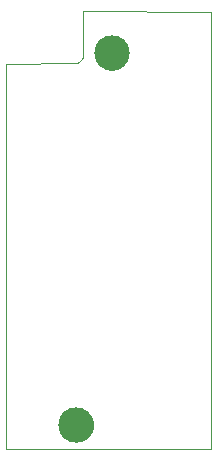
<source format=gbs>
G75*
%MOIN*%
%OFA0B0*%
%FSLAX25Y25*%
%IPPOS*%
%LPD*%
%AMOC8*
5,1,8,0,0,1.08239X$1,22.5*
%
%ADD10C,0.00300*%
%ADD11C,0.00000*%
%ADD12C,0.11824*%
D10*
X0003787Y0012449D02*
X0003787Y0140795D01*
X0026546Y0140852D01*
X0026546Y0140851D02*
X0026656Y0140853D01*
X0026766Y0140859D01*
X0026875Y0140868D01*
X0026984Y0140882D01*
X0027093Y0140899D01*
X0027201Y0140920D01*
X0027308Y0140945D01*
X0027414Y0140973D01*
X0027519Y0141005D01*
X0027623Y0141041D01*
X0027726Y0141080D01*
X0027827Y0141123D01*
X0027927Y0141170D01*
X0028025Y0141220D01*
X0028121Y0141273D01*
X0028215Y0141330D01*
X0028307Y0141390D01*
X0028398Y0141453D01*
X0028485Y0141519D01*
X0028571Y0141588D01*
X0028654Y0141660D01*
X0028734Y0141735D01*
X0028812Y0141813D01*
X0028887Y0141893D01*
X0028959Y0141976D01*
X0029028Y0142062D01*
X0029094Y0142149D01*
X0029157Y0142240D01*
X0029217Y0142332D01*
X0029274Y0142426D01*
X0029327Y0142522D01*
X0029377Y0142620D01*
X0029424Y0142720D01*
X0029467Y0142821D01*
X0029506Y0142924D01*
X0029542Y0143028D01*
X0029574Y0143133D01*
X0029602Y0143239D01*
X0029627Y0143346D01*
X0029648Y0143454D01*
X0029665Y0143563D01*
X0029679Y0143672D01*
X0029688Y0143781D01*
X0029694Y0143891D01*
X0029696Y0144001D01*
X0029695Y0144001D02*
X0029695Y0158174D01*
X0072291Y0158118D01*
X0072291Y0012449D01*
X0003787Y0012449D01*
D11*
X0021897Y0020323D02*
X0021899Y0020471D01*
X0021905Y0020619D01*
X0021915Y0020767D01*
X0021929Y0020914D01*
X0021947Y0021061D01*
X0021968Y0021207D01*
X0021994Y0021353D01*
X0022024Y0021498D01*
X0022057Y0021642D01*
X0022095Y0021785D01*
X0022136Y0021927D01*
X0022181Y0022068D01*
X0022229Y0022208D01*
X0022282Y0022347D01*
X0022338Y0022484D01*
X0022398Y0022619D01*
X0022461Y0022753D01*
X0022528Y0022885D01*
X0022599Y0023015D01*
X0022673Y0023143D01*
X0022750Y0023269D01*
X0022831Y0023393D01*
X0022915Y0023515D01*
X0023002Y0023634D01*
X0023093Y0023751D01*
X0023187Y0023866D01*
X0023283Y0023978D01*
X0023383Y0024088D01*
X0023485Y0024194D01*
X0023591Y0024298D01*
X0023699Y0024399D01*
X0023810Y0024497D01*
X0023923Y0024593D01*
X0024039Y0024685D01*
X0024157Y0024774D01*
X0024278Y0024859D01*
X0024401Y0024942D01*
X0024526Y0025021D01*
X0024653Y0025097D01*
X0024782Y0025169D01*
X0024913Y0025238D01*
X0025046Y0025303D01*
X0025181Y0025364D01*
X0025317Y0025422D01*
X0025454Y0025477D01*
X0025593Y0025527D01*
X0025734Y0025574D01*
X0025875Y0025617D01*
X0026018Y0025657D01*
X0026162Y0025692D01*
X0026306Y0025724D01*
X0026452Y0025751D01*
X0026598Y0025775D01*
X0026745Y0025795D01*
X0026892Y0025811D01*
X0027039Y0025823D01*
X0027187Y0025831D01*
X0027335Y0025835D01*
X0027483Y0025835D01*
X0027631Y0025831D01*
X0027779Y0025823D01*
X0027926Y0025811D01*
X0028073Y0025795D01*
X0028220Y0025775D01*
X0028366Y0025751D01*
X0028512Y0025724D01*
X0028656Y0025692D01*
X0028800Y0025657D01*
X0028943Y0025617D01*
X0029084Y0025574D01*
X0029225Y0025527D01*
X0029364Y0025477D01*
X0029501Y0025422D01*
X0029637Y0025364D01*
X0029772Y0025303D01*
X0029905Y0025238D01*
X0030036Y0025169D01*
X0030165Y0025097D01*
X0030292Y0025021D01*
X0030417Y0024942D01*
X0030540Y0024859D01*
X0030661Y0024774D01*
X0030779Y0024685D01*
X0030895Y0024593D01*
X0031008Y0024497D01*
X0031119Y0024399D01*
X0031227Y0024298D01*
X0031333Y0024194D01*
X0031435Y0024088D01*
X0031535Y0023978D01*
X0031631Y0023866D01*
X0031725Y0023751D01*
X0031816Y0023634D01*
X0031903Y0023515D01*
X0031987Y0023393D01*
X0032068Y0023269D01*
X0032145Y0023143D01*
X0032219Y0023015D01*
X0032290Y0022885D01*
X0032357Y0022753D01*
X0032420Y0022619D01*
X0032480Y0022484D01*
X0032536Y0022347D01*
X0032589Y0022208D01*
X0032637Y0022068D01*
X0032682Y0021927D01*
X0032723Y0021785D01*
X0032761Y0021642D01*
X0032794Y0021498D01*
X0032824Y0021353D01*
X0032850Y0021207D01*
X0032871Y0021061D01*
X0032889Y0020914D01*
X0032903Y0020767D01*
X0032913Y0020619D01*
X0032919Y0020471D01*
X0032921Y0020323D01*
X0032919Y0020175D01*
X0032913Y0020027D01*
X0032903Y0019879D01*
X0032889Y0019732D01*
X0032871Y0019585D01*
X0032850Y0019439D01*
X0032824Y0019293D01*
X0032794Y0019148D01*
X0032761Y0019004D01*
X0032723Y0018861D01*
X0032682Y0018719D01*
X0032637Y0018578D01*
X0032589Y0018438D01*
X0032536Y0018299D01*
X0032480Y0018162D01*
X0032420Y0018027D01*
X0032357Y0017893D01*
X0032290Y0017761D01*
X0032219Y0017631D01*
X0032145Y0017503D01*
X0032068Y0017377D01*
X0031987Y0017253D01*
X0031903Y0017131D01*
X0031816Y0017012D01*
X0031725Y0016895D01*
X0031631Y0016780D01*
X0031535Y0016668D01*
X0031435Y0016558D01*
X0031333Y0016452D01*
X0031227Y0016348D01*
X0031119Y0016247D01*
X0031008Y0016149D01*
X0030895Y0016053D01*
X0030779Y0015961D01*
X0030661Y0015872D01*
X0030540Y0015787D01*
X0030417Y0015704D01*
X0030292Y0015625D01*
X0030165Y0015549D01*
X0030036Y0015477D01*
X0029905Y0015408D01*
X0029772Y0015343D01*
X0029637Y0015282D01*
X0029501Y0015224D01*
X0029364Y0015169D01*
X0029225Y0015119D01*
X0029084Y0015072D01*
X0028943Y0015029D01*
X0028800Y0014989D01*
X0028656Y0014954D01*
X0028512Y0014922D01*
X0028366Y0014895D01*
X0028220Y0014871D01*
X0028073Y0014851D01*
X0027926Y0014835D01*
X0027779Y0014823D01*
X0027631Y0014815D01*
X0027483Y0014811D01*
X0027335Y0014811D01*
X0027187Y0014815D01*
X0027039Y0014823D01*
X0026892Y0014835D01*
X0026745Y0014851D01*
X0026598Y0014871D01*
X0026452Y0014895D01*
X0026306Y0014922D01*
X0026162Y0014954D01*
X0026018Y0014989D01*
X0025875Y0015029D01*
X0025734Y0015072D01*
X0025593Y0015119D01*
X0025454Y0015169D01*
X0025317Y0015224D01*
X0025181Y0015282D01*
X0025046Y0015343D01*
X0024913Y0015408D01*
X0024782Y0015477D01*
X0024653Y0015549D01*
X0024526Y0015625D01*
X0024401Y0015704D01*
X0024278Y0015787D01*
X0024157Y0015872D01*
X0024039Y0015961D01*
X0023923Y0016053D01*
X0023810Y0016149D01*
X0023699Y0016247D01*
X0023591Y0016348D01*
X0023485Y0016452D01*
X0023383Y0016558D01*
X0023283Y0016668D01*
X0023187Y0016780D01*
X0023093Y0016895D01*
X0023002Y0017012D01*
X0022915Y0017131D01*
X0022831Y0017253D01*
X0022750Y0017377D01*
X0022673Y0017503D01*
X0022599Y0017631D01*
X0022528Y0017761D01*
X0022461Y0017893D01*
X0022398Y0018027D01*
X0022338Y0018162D01*
X0022282Y0018299D01*
X0022229Y0018438D01*
X0022181Y0018578D01*
X0022136Y0018719D01*
X0022095Y0018861D01*
X0022057Y0019004D01*
X0022024Y0019148D01*
X0021994Y0019293D01*
X0021968Y0019439D01*
X0021947Y0019585D01*
X0021929Y0019732D01*
X0021915Y0019879D01*
X0021905Y0020027D01*
X0021899Y0020175D01*
X0021897Y0020323D01*
X0033643Y0144257D02*
X0033645Y0144405D01*
X0033651Y0144553D01*
X0033661Y0144701D01*
X0033675Y0144848D01*
X0033693Y0144995D01*
X0033714Y0145141D01*
X0033740Y0145287D01*
X0033770Y0145432D01*
X0033803Y0145576D01*
X0033841Y0145719D01*
X0033882Y0145861D01*
X0033927Y0146002D01*
X0033975Y0146142D01*
X0034028Y0146281D01*
X0034084Y0146418D01*
X0034144Y0146553D01*
X0034207Y0146687D01*
X0034274Y0146819D01*
X0034345Y0146949D01*
X0034419Y0147077D01*
X0034496Y0147203D01*
X0034577Y0147327D01*
X0034661Y0147449D01*
X0034748Y0147568D01*
X0034839Y0147685D01*
X0034933Y0147800D01*
X0035029Y0147912D01*
X0035129Y0148022D01*
X0035231Y0148128D01*
X0035337Y0148232D01*
X0035445Y0148333D01*
X0035556Y0148431D01*
X0035669Y0148527D01*
X0035785Y0148619D01*
X0035903Y0148708D01*
X0036024Y0148793D01*
X0036147Y0148876D01*
X0036272Y0148955D01*
X0036399Y0149031D01*
X0036528Y0149103D01*
X0036659Y0149172D01*
X0036792Y0149237D01*
X0036927Y0149298D01*
X0037063Y0149356D01*
X0037200Y0149411D01*
X0037339Y0149461D01*
X0037480Y0149508D01*
X0037621Y0149551D01*
X0037764Y0149591D01*
X0037908Y0149626D01*
X0038052Y0149658D01*
X0038198Y0149685D01*
X0038344Y0149709D01*
X0038491Y0149729D01*
X0038638Y0149745D01*
X0038785Y0149757D01*
X0038933Y0149765D01*
X0039081Y0149769D01*
X0039229Y0149769D01*
X0039377Y0149765D01*
X0039525Y0149757D01*
X0039672Y0149745D01*
X0039819Y0149729D01*
X0039966Y0149709D01*
X0040112Y0149685D01*
X0040258Y0149658D01*
X0040402Y0149626D01*
X0040546Y0149591D01*
X0040689Y0149551D01*
X0040830Y0149508D01*
X0040971Y0149461D01*
X0041110Y0149411D01*
X0041247Y0149356D01*
X0041383Y0149298D01*
X0041518Y0149237D01*
X0041651Y0149172D01*
X0041782Y0149103D01*
X0041911Y0149031D01*
X0042038Y0148955D01*
X0042163Y0148876D01*
X0042286Y0148793D01*
X0042407Y0148708D01*
X0042525Y0148619D01*
X0042641Y0148527D01*
X0042754Y0148431D01*
X0042865Y0148333D01*
X0042973Y0148232D01*
X0043079Y0148128D01*
X0043181Y0148022D01*
X0043281Y0147912D01*
X0043377Y0147800D01*
X0043471Y0147685D01*
X0043562Y0147568D01*
X0043649Y0147449D01*
X0043733Y0147327D01*
X0043814Y0147203D01*
X0043891Y0147077D01*
X0043965Y0146949D01*
X0044036Y0146819D01*
X0044103Y0146687D01*
X0044166Y0146553D01*
X0044226Y0146418D01*
X0044282Y0146281D01*
X0044335Y0146142D01*
X0044383Y0146002D01*
X0044428Y0145861D01*
X0044469Y0145719D01*
X0044507Y0145576D01*
X0044540Y0145432D01*
X0044570Y0145287D01*
X0044596Y0145141D01*
X0044617Y0144995D01*
X0044635Y0144848D01*
X0044649Y0144701D01*
X0044659Y0144553D01*
X0044665Y0144405D01*
X0044667Y0144257D01*
X0044665Y0144109D01*
X0044659Y0143961D01*
X0044649Y0143813D01*
X0044635Y0143666D01*
X0044617Y0143519D01*
X0044596Y0143373D01*
X0044570Y0143227D01*
X0044540Y0143082D01*
X0044507Y0142938D01*
X0044469Y0142795D01*
X0044428Y0142653D01*
X0044383Y0142512D01*
X0044335Y0142372D01*
X0044282Y0142233D01*
X0044226Y0142096D01*
X0044166Y0141961D01*
X0044103Y0141827D01*
X0044036Y0141695D01*
X0043965Y0141565D01*
X0043891Y0141437D01*
X0043814Y0141311D01*
X0043733Y0141187D01*
X0043649Y0141065D01*
X0043562Y0140946D01*
X0043471Y0140829D01*
X0043377Y0140714D01*
X0043281Y0140602D01*
X0043181Y0140492D01*
X0043079Y0140386D01*
X0042973Y0140282D01*
X0042865Y0140181D01*
X0042754Y0140083D01*
X0042641Y0139987D01*
X0042525Y0139895D01*
X0042407Y0139806D01*
X0042286Y0139721D01*
X0042163Y0139638D01*
X0042038Y0139559D01*
X0041911Y0139483D01*
X0041782Y0139411D01*
X0041651Y0139342D01*
X0041518Y0139277D01*
X0041383Y0139216D01*
X0041247Y0139158D01*
X0041110Y0139103D01*
X0040971Y0139053D01*
X0040830Y0139006D01*
X0040689Y0138963D01*
X0040546Y0138923D01*
X0040402Y0138888D01*
X0040258Y0138856D01*
X0040112Y0138829D01*
X0039966Y0138805D01*
X0039819Y0138785D01*
X0039672Y0138769D01*
X0039525Y0138757D01*
X0039377Y0138749D01*
X0039229Y0138745D01*
X0039081Y0138745D01*
X0038933Y0138749D01*
X0038785Y0138757D01*
X0038638Y0138769D01*
X0038491Y0138785D01*
X0038344Y0138805D01*
X0038198Y0138829D01*
X0038052Y0138856D01*
X0037908Y0138888D01*
X0037764Y0138923D01*
X0037621Y0138963D01*
X0037480Y0139006D01*
X0037339Y0139053D01*
X0037200Y0139103D01*
X0037063Y0139158D01*
X0036927Y0139216D01*
X0036792Y0139277D01*
X0036659Y0139342D01*
X0036528Y0139411D01*
X0036399Y0139483D01*
X0036272Y0139559D01*
X0036147Y0139638D01*
X0036024Y0139721D01*
X0035903Y0139806D01*
X0035785Y0139895D01*
X0035669Y0139987D01*
X0035556Y0140083D01*
X0035445Y0140181D01*
X0035337Y0140282D01*
X0035231Y0140386D01*
X0035129Y0140492D01*
X0035029Y0140602D01*
X0034933Y0140714D01*
X0034839Y0140829D01*
X0034748Y0140946D01*
X0034661Y0141065D01*
X0034577Y0141187D01*
X0034496Y0141311D01*
X0034419Y0141437D01*
X0034345Y0141565D01*
X0034274Y0141695D01*
X0034207Y0141827D01*
X0034144Y0141961D01*
X0034084Y0142096D01*
X0034028Y0142233D01*
X0033975Y0142372D01*
X0033927Y0142512D01*
X0033882Y0142653D01*
X0033841Y0142795D01*
X0033803Y0142938D01*
X0033770Y0143082D01*
X0033740Y0143227D01*
X0033714Y0143373D01*
X0033693Y0143519D01*
X0033675Y0143666D01*
X0033661Y0143813D01*
X0033651Y0143961D01*
X0033645Y0144109D01*
X0033643Y0144257D01*
D12*
X0039155Y0144257D03*
X0027409Y0020323D03*
M02*

</source>
